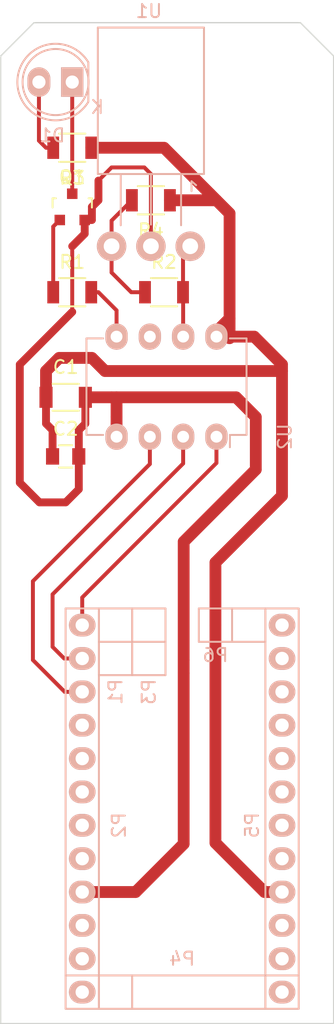
<source format=kicad_pcb>
(kicad_pcb (version 4) (host pcbnew 4.0.1-stable)

  (general
    (links 23)
    (no_connects 2)
    (area 129.489999 27.87562 154.990001 106.859001)
    (thickness 1.6)
    (drawings 12)
    (tracks 95)
    (zones 0)
    (modules 16)
    (nets 15)
  )

  (page A4)
  (title_block
    (date 2017-05-09)
    (rev A)
  )

  (layers
    (0 F.Cu signal)
    (31 B.Cu signal)
    (32 B.Adhes user)
    (33 F.Adhes user)
    (34 B.Paste user)
    (35 F.Paste user)
    (36 B.SilkS user)
    (37 F.SilkS user)
    (38 B.Mask user)
    (39 F.Mask user)
    (40 Dwgs.User user)
    (41 Cmts.User user)
    (42 Eco1.User user)
    (43 Eco2.User user)
    (44 Edge.Cuts user)
    (45 Margin user)
    (46 B.CrtYd user)
    (47 F.CrtYd user)
    (48 B.Fab user)
    (49 F.Fab user)
  )

  (setup
    (last_trace_width 0.9)
    (user_trace_width 0.6)
    (user_trace_width 0.9)
    (trace_clearance 0.8)
    (zone_clearance 0.508)
    (zone_45_only no)
    (trace_min 0.2)
    (segment_width 0.15)
    (edge_width 0.1)
    (via_size 0.6)
    (via_drill 0.4)
    (via_min_size 0.4)
    (via_min_drill 0.3)
    (uvia_size 0.3)
    (uvia_drill 0.1)
    (uvias_allowed no)
    (uvia_min_size 0.2)
    (uvia_min_drill 0.1)
    (pcb_text_width 0.3)
    (pcb_text_size 1.5 1.5)
    (mod_edge_width 0.15)
    (mod_text_size 1 1)
    (mod_text_width 0.15)
    (pad_size 2 1.7)
    (pad_drill 0.9)
    (pad_to_mask_clearance 0)
    (aux_axis_origin 134.493 106.426)
    (visible_elements 7FFFFFFF)
    (pcbplotparams
      (layerselection 0x01000_00000001)
      (usegerberextensions false)
      (excludeedgelayer true)
      (linewidth 0.100000)
      (plotframeref false)
      (viasonmask false)
      (mode 1)
      (useauxorigin false)
      (hpglpennumber 1)
      (hpglpenspeed 20)
      (hpglpendiameter 15)
      (hpglpenoverlay 2)
      (psnegative false)
      (psa4output false)
      (plotreference true)
      (plotvalue true)
      (plotinvisibletext false)
      (padsonsilk false)
      (subtractmaskfromsilk false)
      (outputformat 1)
      (mirror false)
      (drillshape 0)
      (scaleselection 1)
      (outputdirectory gerbers/))
  )

  (net 0 "")
  (net 1 "/1(Tx)")
  (net 2 "/0(Rx)")
  (net 3 /Reset)
  (net 4 GND)
  (net 5 V33)
  (net 6 "Net-(D1-Pad1)")
  (net 7 "Net-(D1-Pad2)")
  (net 8 TINY_RESET)
  (net 9 TX_TO_TINY)
  (net 10 TX_TO_MCU)
  (net 11 "Net-(Q1-Pad1)")
  (net 12 TO_IR_TRANSMITTER)
  (net 13 "Net-(R2-Pad1)")
  (net 14 FROM_IR_RECEIVER)

  (net_class Default "This is the default net class."
    (clearance 0.8)
    (trace_width 0.3)
    (via_dia 0.6)
    (via_drill 0.4)
    (uvia_dia 0.3)
    (uvia_drill 0.1)
    (add_net "/0(Rx)")
    (add_net "/1(Tx)")
    (add_net /Reset)
    (add_net FROM_IR_RECEIVER)
    (add_net GND)
    (add_net "Net-(D1-Pad1)")
    (add_net "Net-(D1-Pad2)")
    (add_net "Net-(Q1-Pad1)")
    (add_net "Net-(R2-Pad1)")
    (add_net TINY_RESET)
    (add_net TO_IR_TRANSMITTER)
    (add_net TX_TO_MCU)
    (add_net TX_TO_TINY)
    (add_net V33)
  )

  (module Socket_Arduino_Mini:Socket_Strip_Arduino_1x12 (layer B.Cu) (tedit 55200D87) (tstamp 5520096F)
    (at 135.763 104.284 90)
    (descr "Through hole socket strip")
    (tags "socket strip")
    (path /56D73B32)
    (fp_text reference P2 (at 12.7 2.794 90) (layer B.SilkS)
      (effects (font (size 1 1) (thickness 0.15)) (justify mirror))
    )
    (fp_text value Digital (at 12.7 4.064 90) (layer B.Fab)
      (effects (font (size 1 1) (thickness 0.15)) (justify mirror))
    )
    (fp_line (start 1.27 1.27) (end -1.27 1.27) (layer B.SilkS) (width 0.15))
    (fp_line (start -1.27 1.27) (end -1.27 -1.27) (layer B.SilkS) (width 0.15))
    (fp_line (start -1.27 -1.27) (end 1.27 -1.27) (layer B.SilkS) (width 0.15))
    (fp_line (start -1.75 1.75) (end -1.75 -1.75) (layer B.CrtYd) (width 0.05))
    (fp_line (start 29.7 1.75) (end 29.7 -1.75) (layer B.CrtYd) (width 0.05))
    (fp_line (start -1.75 1.75) (end 29.7 1.75) (layer B.CrtYd) (width 0.05))
    (fp_line (start -1.75 -1.75) (end 29.7 -1.75) (layer B.CrtYd) (width 0.05))
    (fp_line (start 1.27 -1.27) (end 29.21 -1.27) (layer B.SilkS) (width 0.15))
    (fp_line (start 29.21 -1.27) (end 29.21 1.27) (layer B.SilkS) (width 0.15))
    (fp_line (start 29.21 1.27) (end 1.27 1.27) (layer B.SilkS) (width 0.15))
    (fp_line (start 1.27 -1.27) (end 1.27 1.27) (layer B.SilkS) (width 0.15))
    (pad 1 thru_hole oval (at 0 0 90) (size 1.7272 2.032) (drill 1.016) (layers *.Cu *.Mask B.SilkS)
      (net 1 "/1(Tx)"))
    (pad 2 thru_hole oval (at 2.54 0 90) (size 1.7272 2.032) (drill 1.016) (layers *.Cu *.Mask B.SilkS)
      (net 2 "/0(Rx)"))
    (pad 3 thru_hole oval (at 5.08 0 90) (size 1.7272 2.032) (drill 1.016) (layers *.Cu *.Mask B.SilkS)
      (net 3 /Reset))
    (pad 4 thru_hole oval (at 7.62 0 90) (size 1.7272 2.032) (drill 1.016) (layers *.Cu *.Mask B.SilkS)
      (net 4 GND))
    (pad 5 thru_hole oval (at 10.16 0 90) (size 1.7272 2.032) (drill 1.016) (layers *.Cu *.Mask B.SilkS))
    (pad 6 thru_hole oval (at 12.7 0 90) (size 1.7272 2.032) (drill 1.016) (layers *.Cu *.Mask B.SilkS))
    (pad 7 thru_hole oval (at 15.24 0 90) (size 1.7272 2.032) (drill 1.016) (layers *.Cu *.Mask B.SilkS))
    (pad 8 thru_hole oval (at 17.78 0 90) (size 1.7272 2.032) (drill 1.016) (layers *.Cu *.Mask B.SilkS))
    (pad 9 thru_hole oval (at 20.32 0 90) (size 1.7272 2.032) (drill 1.016) (layers *.Cu *.Mask B.SilkS))
    (pad 10 thru_hole oval (at 22.86 0 90) (size 1.7272 2.032) (drill 1.016) (layers *.Cu *.Mask B.SilkS)
      (net 10 TX_TO_MCU))
    (pad 11 thru_hole oval (at 25.4 0 90) (size 1.7272 2.032) (drill 1.016) (layers *.Cu *.Mask B.SilkS)
      (net 9 TX_TO_TINY))
    (pad 12 thru_hole oval (at 27.94 0 90) (size 1.7272 2.032) (drill 1.016) (layers *.Cu *.Mask B.SilkS)
      (net 8 TINY_RESET))
    (model ${KIPRJMOD}/Socket_Arduino_Mini.3dshapes/Socket_header_Arduino_1x12.wrl
      (at (xyz 0.55 0 0))
      (scale (xyz 1 1 1))
      (rotate (xyz 0 0 180))
    )
  )

  (module Socket_Arduino_Mini:Socket_Strip_Arduino_1x05 locked (layer B.Cu) (tedit 59123514) (tstamp 55200994)
    (at 138.303 104.284)
    (descr "Through hole socket strip")
    (tags "socket strip")
    (path /56D745D9)
    (fp_text reference P4 (at 5.08 -2.54) (layer B.SilkS)
      (effects (font (size 1 1) (thickness 0.15)) (justify mirror))
    )
    (fp_text value COM (at 5.08 -3.81) (layer B.Fab)
      (effects (font (size 1 1) (thickness 0.15)) (justify mirror))
    )
    (fp_line (start 1.27 1.27) (end -1.27 1.27) (layer B.SilkS) (width 0.15))
    (fp_line (start -1.27 1.27) (end -1.27 -1.27) (layer B.SilkS) (width 0.15))
    (fp_line (start -1.27 -1.27) (end 1.27 -1.27) (layer B.SilkS) (width 0.15))
    (fp_line (start -1.75 1.75) (end -1.75 -1.75) (layer B.CrtYd) (width 0.05))
    (fp_line (start 11.95 1.75) (end 11.95 -1.75) (layer B.CrtYd) (width 0.05))
    (fp_line (start -1.75 1.75) (end 11.95 1.75) (layer B.CrtYd) (width 0.05))
    (fp_line (start -1.75 -1.75) (end 11.95 -1.75) (layer B.CrtYd) (width 0.05))
    (fp_line (start 1.27 -1.27) (end 11.43 -1.27) (layer B.SilkS) (width 0.15))
    (fp_line (start 11.43 -1.27) (end 11.43 1.27) (layer B.SilkS) (width 0.15))
    (fp_line (start 11.43 1.27) (end 1.27 1.27) (layer B.SilkS) (width 0.15))
    (fp_line (start 1.27 -1.27) (end 1.27 1.27) (layer B.SilkS) (width 0.15))
  )

  (module Socket_Arduino_Mini:Socket_Strip_Arduino_1x12 locked (layer B.Cu) (tedit 55200D8E) (tstamp 552009AF)
    (at 151.003 104.284 90)
    (descr "Through hole socket strip")
    (tags "socket strip")
    (path /56D73C34)
    (fp_text reference P5 (at 12.7 -2.286 90) (layer B.SilkS)
      (effects (font (size 1 1) (thickness 0.15)) (justify mirror))
    )
    (fp_text value Analog (at 12.7 -3.556 90) (layer B.Fab)
      (effects (font (size 1 1) (thickness 0.15)) (justify mirror))
    )
    (fp_line (start 1.27 1.27) (end -1.27 1.27) (layer B.SilkS) (width 0.15))
    (fp_line (start -1.27 1.27) (end -1.27 -1.27) (layer B.SilkS) (width 0.15))
    (fp_line (start -1.27 -1.27) (end 1.27 -1.27) (layer B.SilkS) (width 0.15))
    (fp_line (start -1.75 1.75) (end -1.75 -1.75) (layer B.CrtYd) (width 0.05))
    (fp_line (start 29.7 1.75) (end 29.7 -1.75) (layer B.CrtYd) (width 0.05))
    (fp_line (start -1.75 1.75) (end 29.7 1.75) (layer B.CrtYd) (width 0.05))
    (fp_line (start -1.75 -1.75) (end 29.7 -1.75) (layer B.CrtYd) (width 0.05))
    (fp_line (start 1.27 -1.27) (end 29.21 -1.27) (layer B.SilkS) (width 0.15))
    (fp_line (start 29.21 -1.27) (end 29.21 1.27) (layer B.SilkS) (width 0.15))
    (fp_line (start 29.21 1.27) (end 1.27 1.27) (layer B.SilkS) (width 0.15))
    (fp_line (start 1.27 -1.27) (end 1.27 1.27) (layer B.SilkS) (width 0.15))
    (pad 1 thru_hole oval (at 0 0 90) (size 1.7272 2.032) (drill 1.016) (layers *.Cu *.Mask B.SilkS))
    (pad 2 thru_hole oval (at 2.54 0 90) (size 1.7272 2.032) (drill 1.016) (layers *.Cu *.Mask B.SilkS)
      (net 4 GND))
    (pad 3 thru_hole oval (at 5.08 0 90) (size 1.7272 2.032) (drill 1.016) (layers *.Cu *.Mask B.SilkS)
      (net 3 /Reset))
    (pad 4 thru_hole oval (at 7.62 0 90) (size 1.7272 2.032) (drill 1.016) (layers *.Cu *.Mask B.SilkS)
      (net 5 V33))
    (pad 5 thru_hole oval (at 10.16 0 90) (size 1.7272 2.032) (drill 1.016) (layers *.Cu *.Mask B.SilkS))
    (pad 6 thru_hole oval (at 12.7 0 90) (size 1.7272 2.032) (drill 1.016) (layers *.Cu *.Mask B.SilkS))
    (pad 7 thru_hole oval (at 15.24 0 90) (size 1.7272 2.032) (drill 1.016) (layers *.Cu *.Mask B.SilkS))
    (pad 8 thru_hole oval (at 17.78 0 90) (size 1.7272 2.032) (drill 1.016) (layers *.Cu *.Mask B.SilkS))
    (pad 9 thru_hole oval (at 20.32 0 90) (size 1.7272 2.032) (drill 1.016) (layers *.Cu *.Mask B.SilkS))
    (pad 10 thru_hole oval (at 22.86 0 90) (size 1.7272 2.032) (drill 1.016) (layers *.Cu *.Mask B.SilkS))
    (pad 11 thru_hole oval (at 25.4 0 90) (size 1.7272 2.032) (drill 1.016) (layers *.Cu *.Mask B.SilkS))
    (pad 12 thru_hole oval (at 27.94 0 90) (size 1.7272 2.032) (drill 1.016) (layers *.Cu *.Mask B.SilkS))
    (model ${KIPRJMOD}/Socket_Arduino_Mini.3dshapes/Socket_header_Arduino_1x12.wrl
      (at (xyz 0.55 0 0))
      (scale (xyz 1 1 1))
      (rotate (xyz 0 0 180))
    )
  )

  (module Socket_Arduino_Mini:Socket_Strip_Arduino_1x02 locked (layer B.Cu) (tedit 59123533) (tstamp 55200D56)
    (at 138.303 78.884 90)
    (descr "Through hole socket strip")
    (tags "socket strip")
    (path /56D735B5)
    (fp_text reference P1 (at -2.54 0 90) (layer B.SilkS)
      (effects (font (size 1 1) (thickness 0.15)) (justify mirror))
    )
    (fp_text value ADC (at -5.08 0 90) (layer B.Fab)
      (effects (font (size 1 1) (thickness 0.15)) (justify mirror))
    )
    (fp_line (start 1.27 1.27) (end -1.27 1.27) (layer B.SilkS) (width 0.15))
    (fp_line (start -1.27 1.27) (end -1.27 -1.27) (layer B.SilkS) (width 0.15))
    (fp_line (start -1.27 -1.27) (end 1.27 -1.27) (layer B.SilkS) (width 0.15))
    (fp_line (start 3.81 -1.27) (end 1.27 -1.27) (layer B.SilkS) (width 0.15))
    (fp_line (start -1.75 1.75) (end -1.75 -1.75) (layer B.CrtYd) (width 0.05))
    (fp_line (start 4.3 1.75) (end 4.3 -1.75) (layer B.CrtYd) (width 0.05))
    (fp_line (start -1.75 1.75) (end 4.3 1.75) (layer B.CrtYd) (width 0.05))
    (fp_line (start -1.75 -1.75) (end 4.3 -1.75) (layer B.CrtYd) (width 0.05))
    (fp_line (start 1.27 -1.27) (end 1.27 1.27) (layer B.SilkS) (width 0.15))
    (fp_line (start 1.27 1.27) (end 3.81 1.27) (layer B.SilkS) (width 0.15))
    (fp_line (start 3.81 1.27) (end 3.81 -1.27) (layer B.SilkS) (width 0.15))
  )

  (module Socket_Arduino_Mini:Socket_Strip_Arduino_1x02 locked (layer B.Cu) (tedit 5912352D) (tstamp 55200D67)
    (at 140.843 78.884 90)
    (descr "Through hole socket strip")
    (tags "socket strip")
    (path /56D737EA)
    (fp_text reference P3 (at -2.54 0 90) (layer B.SilkS)
      (effects (font (size 1 1) (thickness 0.15)) (justify mirror))
    )
    (fp_text value ADC (at -5.08 0 90) (layer B.Fab)
      (effects (font (size 1 1) (thickness 0.15)) (justify mirror))
    )
    (fp_line (start 1.27 1.27) (end -1.27 1.27) (layer B.SilkS) (width 0.15))
    (fp_line (start -1.27 1.27) (end -1.27 -1.27) (layer B.SilkS) (width 0.15))
    (fp_line (start -1.27 -1.27) (end 1.27 -1.27) (layer B.SilkS) (width 0.15))
    (fp_line (start 3.81 -1.27) (end 1.27 -1.27) (layer B.SilkS) (width 0.15))
    (fp_line (start -1.75 1.75) (end -1.75 -1.75) (layer B.CrtYd) (width 0.05))
    (fp_line (start 4.3 1.75) (end 4.3 -1.75) (layer B.CrtYd) (width 0.05))
    (fp_line (start -1.75 1.75) (end 4.3 1.75) (layer B.CrtYd) (width 0.05))
    (fp_line (start -1.75 -1.75) (end 4.3 -1.75) (layer B.CrtYd) (width 0.05))
    (fp_line (start 1.27 -1.27) (end 1.27 1.27) (layer B.SilkS) (width 0.15))
    (fp_line (start 1.27 1.27) (end 3.81 1.27) (layer B.SilkS) (width 0.15))
    (fp_line (start 3.81 1.27) (end 3.81 -1.27) (layer B.SilkS) (width 0.15))
  )

  (module Socket_Arduino_Mini:Socket_Strip_Arduino_1x02 locked (layer B.Cu) (tedit 59123522) (tstamp 55200D78)
    (at 145.923 76.344)
    (descr "Through hole socket strip")
    (tags "socket strip")
    (path /56D7390A)
    (fp_text reference P6 (at 0 2.286) (layer B.SilkS)
      (effects (font (size 1 1) (thickness 0.15)) (justify mirror))
    )
    (fp_text value PWR (at 0 3.81) (layer B.Fab)
      (effects (font (size 1 1) (thickness 0.15)) (justify mirror))
    )
    (fp_line (start 1.27 1.27) (end -1.27 1.27) (layer B.SilkS) (width 0.15))
    (fp_line (start -1.27 1.27) (end -1.27 -1.27) (layer B.SilkS) (width 0.15))
    (fp_line (start -1.27 -1.27) (end 1.27 -1.27) (layer B.SilkS) (width 0.15))
    (fp_line (start 3.81 -1.27) (end 1.27 -1.27) (layer B.SilkS) (width 0.15))
    (fp_line (start -1.75 1.75) (end -1.75 -1.75) (layer B.CrtYd) (width 0.05))
    (fp_line (start 4.3 1.75) (end 4.3 -1.75) (layer B.CrtYd) (width 0.05))
    (fp_line (start -1.75 1.75) (end 4.3 1.75) (layer B.CrtYd) (width 0.05))
    (fp_line (start -1.75 -1.75) (end 4.3 -1.75) (layer B.CrtYd) (width 0.05))
    (fp_line (start 1.27 -1.27) (end 1.27 1.27) (layer B.SilkS) (width 0.15))
    (fp_line (start 1.27 1.27) (end 3.81 1.27) (layer B.SilkS) (width 0.15))
    (fp_line (start 3.81 1.27) (end 3.81 -1.27) (layer B.SilkS) (width 0.15))
  )

  (module Capacitors_SMD:C_1206 (layer F.Cu) (tedit 5415D7BD) (tstamp 5913EA98)
    (at 134.5 59)
    (descr "Capacitor SMD 1206, reflow soldering, AVX (see smccp.pdf)")
    (tags "capacitor 1206")
    (path /5912A6B3)
    (attr smd)
    (fp_text reference C1 (at 0 -2.3) (layer F.SilkS)
      (effects (font (size 1 1) (thickness 0.15)))
    )
    (fp_text value 10uF (at 0 2.3) (layer F.Fab)
      (effects (font (size 1 1) (thickness 0.15)))
    )
    (fp_line (start -2.3 -1.15) (end 2.3 -1.15) (layer F.CrtYd) (width 0.05))
    (fp_line (start -2.3 1.15) (end 2.3 1.15) (layer F.CrtYd) (width 0.05))
    (fp_line (start -2.3 -1.15) (end -2.3 1.15) (layer F.CrtYd) (width 0.05))
    (fp_line (start 2.3 -1.15) (end 2.3 1.15) (layer F.CrtYd) (width 0.05))
    (fp_line (start 1 -1.025) (end -1 -1.025) (layer F.SilkS) (width 0.15))
    (fp_line (start -1 1.025) (end 1 1.025) (layer F.SilkS) (width 0.15))
    (pad 1 smd rect (at -1.5 0) (size 1 1.6) (layers F.Cu F.Paste F.Mask)
      (net 5 V33))
    (pad 2 smd rect (at 1.5 0) (size 1 1.6) (layers F.Cu F.Paste F.Mask)
      (net 4 GND))
    (model Capacitors_SMD.3dshapes/C_1206.wrl
      (at (xyz 0 0 0))
      (scale (xyz 1 1 1))
      (rotate (xyz 0 0 0))
    )
  )

  (module Capacitors_SMD:C_0805 (layer F.Cu) (tedit 5415D6EA) (tstamp 5913EA9E)
    (at 134.5 63.5)
    (descr "Capacitor SMD 0805, reflow soldering, AVX (see smccp.pdf)")
    (tags "capacitor 0805")
    (path /5912AA70)
    (attr smd)
    (fp_text reference C2 (at 0 -2.1) (layer F.SilkS)
      (effects (font (size 1 1) (thickness 0.15)))
    )
    (fp_text value 0.1uF (at 0 2.1) (layer F.Fab)
      (effects (font (size 1 1) (thickness 0.15)))
    )
    (fp_line (start -1.8 -1) (end 1.8 -1) (layer F.CrtYd) (width 0.05))
    (fp_line (start -1.8 1) (end 1.8 1) (layer F.CrtYd) (width 0.05))
    (fp_line (start -1.8 -1) (end -1.8 1) (layer F.CrtYd) (width 0.05))
    (fp_line (start 1.8 -1) (end 1.8 1) (layer F.CrtYd) (width 0.05))
    (fp_line (start 0.5 -0.85) (end -0.5 -0.85) (layer F.SilkS) (width 0.15))
    (fp_line (start -0.5 0.85) (end 0.5 0.85) (layer F.SilkS) (width 0.15))
    (pad 1 smd rect (at -1 0) (size 1 1.25) (layers F.Cu F.Paste F.Mask)
      (net 5 V33))
    (pad 2 smd rect (at 1 0) (size 1 1.25) (layers F.Cu F.Paste F.Mask)
      (net 4 GND))
    (model Capacitors_SMD.3dshapes/C_0805.wrl
      (at (xyz 0 0 0))
      (scale (xyz 1 1 1))
      (rotate (xyz 0 0 0))
    )
  )

  (module LEDs:LED-5MM (layer B.Cu) (tedit 59123295) (tstamp 5913EAA4)
    (at 135 35 180)
    (descr "LED 5mm round vertical")
    (tags "LED 5mm round vertical")
    (path /59125BED)
    (fp_text reference D1 (at 1.524 -4.064 180) (layer B.SilkS)
      (effects (font (size 1 1) (thickness 0.15)) (justify mirror))
    )
    (fp_text value LED (at 1.524 3.937 180) (layer B.Fab)
      (effects (font (size 1 1) (thickness 0.15)) (justify mirror))
    )
    (fp_line (start -1.5 1.55) (end -1.5 -1.55) (layer B.CrtYd) (width 0.05))
    (fp_arc (start 1.3 0) (end -1.5 -1.55) (angle 302) (layer B.CrtYd) (width 0.05))
    (fp_arc (start 1.27 0) (end -1.23 1.5) (angle -297.5) (layer B.SilkS) (width 0.15))
    (fp_line (start -1.23 -1.5) (end -1.23 1.5) (layer B.SilkS) (width 0.15))
    (fp_circle (center 1.27 0) (end 0.97 2.5) (layer B.SilkS) (width 0.15))
    (fp_text user K (at -1.905 -1.905 180) (layer B.SilkS)
      (effects (font (size 1 1) (thickness 0.15)) (justify mirror))
    )
    (pad 1 thru_hole rect (at 0 0 90) (size 2.25 1.7) (drill 1.00076) (layers *.Cu *.Mask B.SilkS)
      (net 6 "Net-(D1-Pad1)"))
    (pad 2 thru_hole oval (at 2.54 0 180) (size 1.75 2.25) (drill 1.00076) (layers *.Cu *.Mask B.SilkS)
      (net 7 "Net-(D1-Pad2)"))
    (model LEDs.3dshapes/LED-5MM.wrl
      (at (xyz 0.05 0 0))
      (scale (xyz 1 1 1))
      (rotate (xyz 0 0 90))
    )
  )

  (module TO_SOT_Packages_SMD:SOT-23 (layer F.Cu) (tedit 553634F8) (tstamp 5913EAAB)
    (at 135 44.5)
    (descr "SOT-23, Standard")
    (tags SOT-23)
    (path /59128CEA)
    (attr smd)
    (fp_text reference Q1 (at 0 -2.25) (layer F.SilkS)
      (effects (font (size 1 1) (thickness 0.15)))
    )
    (fp_text value BSS138 (at 0 2.3) (layer F.Fab)
      (effects (font (size 1 1) (thickness 0.15)))
    )
    (fp_line (start -1.65 -1.6) (end 1.65 -1.6) (layer F.CrtYd) (width 0.05))
    (fp_line (start 1.65 -1.6) (end 1.65 1.6) (layer F.CrtYd) (width 0.05))
    (fp_line (start 1.65 1.6) (end -1.65 1.6) (layer F.CrtYd) (width 0.05))
    (fp_line (start -1.65 1.6) (end -1.65 -1.6) (layer F.CrtYd) (width 0.05))
    (fp_line (start 1.29916 -0.65024) (end 1.2509 -0.65024) (layer F.SilkS) (width 0.15))
    (fp_line (start -1.49982 0.0508) (end -1.49982 -0.65024) (layer F.SilkS) (width 0.15))
    (fp_line (start -1.49982 -0.65024) (end -1.2509 -0.65024) (layer F.SilkS) (width 0.15))
    (fp_line (start 1.29916 -0.65024) (end 1.49982 -0.65024) (layer F.SilkS) (width 0.15))
    (fp_line (start 1.49982 -0.65024) (end 1.49982 0.0508) (layer F.SilkS) (width 0.15))
    (pad 1 smd rect (at -0.95 1.00076) (size 0.8001 0.8001) (layers F.Cu F.Paste F.Mask)
      (net 11 "Net-(Q1-Pad1)"))
    (pad 2 smd rect (at 0.95 1.00076) (size 0.8001 0.8001) (layers F.Cu F.Paste F.Mask)
      (net 4 GND))
    (pad 3 smd rect (at 0 -0.99822) (size 0.8001 0.8001) (layers F.Cu F.Paste F.Mask)
      (net 6 "Net-(D1-Pad1)"))
    (model TO_SOT_Packages_SMD.3dshapes/SOT-23.wrl
      (at (xyz 0 0 0))
      (scale (xyz 1 1 1))
      (rotate (xyz 0 0 0))
    )
  )

  (module Resistors_SMD:R_1206 (layer F.Cu) (tedit 5415CFA7) (tstamp 5913EAB1)
    (at 135 51)
    (descr "Resistor SMD 1206, reflow soldering, Vishay (see dcrcw.pdf)")
    (tags "resistor 1206")
    (path /59129567)
    (attr smd)
    (fp_text reference R1 (at 0 -2.3) (layer F.SilkS)
      (effects (font (size 1 1) (thickness 0.15)))
    )
    (fp_text value 1K (at 0 2.3) (layer F.Fab)
      (effects (font (size 1 1) (thickness 0.15)))
    )
    (fp_line (start -2.2 -1.2) (end 2.2 -1.2) (layer F.CrtYd) (width 0.05))
    (fp_line (start -2.2 1.2) (end 2.2 1.2) (layer F.CrtYd) (width 0.05))
    (fp_line (start -2.2 -1.2) (end -2.2 1.2) (layer F.CrtYd) (width 0.05))
    (fp_line (start 2.2 -1.2) (end 2.2 1.2) (layer F.CrtYd) (width 0.05))
    (fp_line (start 1 1.075) (end -1 1.075) (layer F.SilkS) (width 0.15))
    (fp_line (start -1 -1.075) (end 1 -1.075) (layer F.SilkS) (width 0.15))
    (pad 1 smd rect (at -1.45 0) (size 0.9 1.7) (layers F.Cu F.Paste F.Mask)
      (net 11 "Net-(Q1-Pad1)"))
    (pad 2 smd rect (at 1.45 0) (size 0.9 1.7) (layers F.Cu F.Paste F.Mask)
      (net 12 TO_IR_TRANSMITTER))
    (model Resistors_SMD.3dshapes/R_1206.wrl
      (at (xyz 0 0 0))
      (scale (xyz 1 1 1))
      (rotate (xyz 0 0 0))
    )
  )

  (module Resistors_SMD:R_1206 (layer F.Cu) (tedit 5415CFA7) (tstamp 5913EAB7)
    (at 142 51)
    (descr "Resistor SMD 1206, reflow soldering, Vishay (see dcrcw.pdf)")
    (tags "resistor 1206")
    (path /5912A057)
    (attr smd)
    (fp_text reference R2 (at 0 -2.3) (layer F.SilkS)
      (effects (font (size 1 1) (thickness 0.15)))
    )
    (fp_text value 10K (at 0 2.3) (layer F.Fab)
      (effects (font (size 1 1) (thickness 0.15)))
    )
    (fp_line (start -2.2 -1.2) (end 2.2 -1.2) (layer F.CrtYd) (width 0.05))
    (fp_line (start -2.2 1.2) (end 2.2 1.2) (layer F.CrtYd) (width 0.05))
    (fp_line (start -2.2 -1.2) (end -2.2 1.2) (layer F.CrtYd) (width 0.05))
    (fp_line (start 2.2 -1.2) (end 2.2 1.2) (layer F.CrtYd) (width 0.05))
    (fp_line (start 1 1.075) (end -1 1.075) (layer F.SilkS) (width 0.15))
    (fp_line (start -1 -1.075) (end 1 -1.075) (layer F.SilkS) (width 0.15))
    (pad 1 smd rect (at -1.45 0) (size 0.9 1.7) (layers F.Cu F.Paste F.Mask)
      (net 13 "Net-(R2-Pad1)"))
    (pad 2 smd rect (at 1.45 0) (size 0.9 1.7) (layers F.Cu F.Paste F.Mask)
      (net 14 FROM_IR_RECEIVER))
    (model Resistors_SMD.3dshapes/R_1206.wrl
      (at (xyz 0 0 0))
      (scale (xyz 1 1 1))
      (rotate (xyz 0 0 0))
    )
  )

  (module Resistors_SMD:R_1206 (layer F.Cu) (tedit 5415CFA7) (tstamp 5913EABD)
    (at 135 40 180)
    (descr "Resistor SMD 1206, reflow soldering, Vishay (see dcrcw.pdf)")
    (tags "resistor 1206")
    (path /591292B9)
    (attr smd)
    (fp_text reference R3 (at 0 -2.3 180) (layer F.SilkS)
      (effects (font (size 1 1) (thickness 0.15)))
    )
    (fp_text value 10 (at 0 2.3 180) (layer F.Fab)
      (effects (font (size 1 1) (thickness 0.15)))
    )
    (fp_line (start -2.2 -1.2) (end 2.2 -1.2) (layer F.CrtYd) (width 0.05))
    (fp_line (start -2.2 1.2) (end 2.2 1.2) (layer F.CrtYd) (width 0.05))
    (fp_line (start -2.2 -1.2) (end -2.2 1.2) (layer F.CrtYd) (width 0.05))
    (fp_line (start 2.2 -1.2) (end 2.2 1.2) (layer F.CrtYd) (width 0.05))
    (fp_line (start 1 1.075) (end -1 1.075) (layer F.SilkS) (width 0.15))
    (fp_line (start -1 -1.075) (end 1 -1.075) (layer F.SilkS) (width 0.15))
    (pad 1 smd rect (at -1.45 0 180) (size 0.9 1.7) (layers F.Cu F.Paste F.Mask)
      (net 5 V33))
    (pad 2 smd rect (at 1.45 0 180) (size 0.9 1.7) (layers F.Cu F.Paste F.Mask)
      (net 7 "Net-(D1-Pad2)"))
    (model Resistors_SMD.3dshapes/R_1206.wrl
      (at (xyz 0 0 0))
      (scale (xyz 1 1 1))
      (rotate (xyz 0 0 0))
    )
  )

  (module Resistors_SMD:R_1206 (layer F.Cu) (tedit 5415CFA7) (tstamp 5913EAC3)
    (at 141 44 180)
    (descr "Resistor SMD 1206, reflow soldering, Vishay (see dcrcw.pdf)")
    (tags "resistor 1206")
    (path /5912A44D)
    (attr smd)
    (fp_text reference R4 (at 0 -2.3 180) (layer F.SilkS)
      (effects (font (size 1 1) (thickness 0.15)))
    )
    (fp_text value 47 (at 0 2.3 180) (layer F.Fab)
      (effects (font (size 1 1) (thickness 0.15)))
    )
    (fp_line (start -2.2 -1.2) (end 2.2 -1.2) (layer F.CrtYd) (width 0.05))
    (fp_line (start -2.2 1.2) (end 2.2 1.2) (layer F.CrtYd) (width 0.05))
    (fp_line (start -2.2 -1.2) (end -2.2 1.2) (layer F.CrtYd) (width 0.05))
    (fp_line (start 2.2 -1.2) (end 2.2 1.2) (layer F.CrtYd) (width 0.05))
    (fp_line (start 1 1.075) (end -1 1.075) (layer F.SilkS) (width 0.15))
    (fp_line (start -1 -1.075) (end 1 -1.075) (layer F.SilkS) (width 0.15))
    (pad 1 smd rect (at -1.45 0 180) (size 0.9 1.7) (layers F.Cu F.Paste F.Mask)
      (net 5 V33))
    (pad 2 smd rect (at 1.45 0 180) (size 0.9 1.7) (layers F.Cu F.Paste F.Mask)
      (net 13 "Net-(R2-Pad1)"))
    (model Resistors_SMD.3dshapes/R_1206.wrl
      (at (xyz 0 0 0))
      (scale (xyz 1 1 1))
      (rotate (xyz 0 0 0))
    )
  )

  (module Housings_DIP:DIP-8_W7.62mm (layer B.Cu) (tedit 59125615) (tstamp 5913EACF)
    (at 146 62 90)
    (descr "8-lead dip package, row spacing 7.62 mm (300 mils)")
    (tags "dil dip 2.54 300")
    (path /59125FE8)
    (fp_text reference U2 (at 0 5.22 90) (layer B.SilkS)
      (effects (font (size 1 1) (thickness 0.15)) (justify mirror))
    )
    (fp_text value ATTINY85-20PU (at 0 3.72 90) (layer B.Fab)
      (effects (font (size 1 1) (thickness 0.15)) (justify mirror))
    )
    (fp_line (start -1.05 2.45) (end -1.05 -10.1) (layer B.CrtYd) (width 0.05))
    (fp_line (start 8.65 2.45) (end 8.65 -10.1) (layer B.CrtYd) (width 0.05))
    (fp_line (start -1.05 2.45) (end 8.65 2.45) (layer B.CrtYd) (width 0.05))
    (fp_line (start -1.05 -10.1) (end 8.65 -10.1) (layer B.CrtYd) (width 0.05))
    (fp_line (start 0.135 2.295) (end 0.135 1.025) (layer B.SilkS) (width 0.15))
    (fp_line (start 7.485 2.295) (end 7.485 1.025) (layer B.SilkS) (width 0.15))
    (fp_line (start 7.485 -9.915) (end 7.485 -8.645) (layer B.SilkS) (width 0.15))
    (fp_line (start 0.135 -9.915) (end 0.135 -8.645) (layer B.SilkS) (width 0.15))
    (fp_line (start 0.135 2.295) (end 7.485 2.295) (layer B.SilkS) (width 0.15))
    (fp_line (start 0.135 -9.915) (end 7.485 -9.915) (layer B.SilkS) (width 0.15))
    (fp_line (start 0.135 1.025) (end -0.8 1.025) (layer B.SilkS) (width 0.15))
    (pad 1 thru_hole oval (at 0 0 90) (size 2 1.7) (drill 0.9) (layers *.Cu *.Mask B.SilkS)
      (net 8 TINY_RESET))
    (pad 2 thru_hole oval (at 0 -2.54 90) (size 2 1.7) (drill 0.9) (layers *.Cu *.Mask B.SilkS)
      (net 9 TX_TO_TINY))
    (pad 3 thru_hole oval (at 0 -5.08 90) (size 2 1.7) (drill 0.9) (layers *.Cu *.Mask B.SilkS)
      (net 10 TX_TO_MCU))
    (pad 4 thru_hole oval (at 0 -7.62 90) (size 2 1.7) (drill 0.9) (layers *.Cu *.Mask B.SilkS)
      (net 4 GND))
    (pad 5 thru_hole oval (at 7.62 -7.62 90) (size 2 1.7) (drill 0.9) (layers *.Cu *.Mask B.SilkS)
      (net 12 TO_IR_TRANSMITTER))
    (pad 6 thru_hole oval (at 7.62 -5.08 90) (size 2 1.7) (drill 0.9) (layers *.Cu *.Mask B.SilkS))
    (pad 7 thru_hole oval (at 7.62 -2.54 90) (size 2 1.7) (drill 0.9) (layers *.Cu *.Mask B.SilkS)
      (net 14 FROM_IR_RECEIVER))
    (pad 8 thru_hole oval (at 7.62 0 90) (size 2 1.7) (drill 0.9) (layers *.Cu *.Mask B.SilkS)
      (net 5 V33))
    (model Housings_DIP.3dshapes/DIP-8_W7.62mm.wrl
      (at (xyz 0 0 0))
      (scale (xyz 1 1 1))
      (rotate (xyz 0 0 0))
    )
  )

  (module TO_SOT_Packages_THT:SOT126_SOT32_Housing_Horizontal (layer B.Cu) (tedit 591235B9) (tstamp 5913EFAC)
    (at 141 47.5 180)
    (descr "SOT126, SOT32, Housing, Horizontal,")
    (tags "SOT126, SOT32, Housing, Horizontal,")
    (path /5912516E)
    (fp_text reference U1 (at 0.14986 17.89938 180) (layer B.SilkS)
      (effects (font (size 1 1) (thickness 0.15)) (justify mirror))
    )
    (fp_text value TSOP382xx (at 0.70104 -4.30022 180) (layer B.Fab)
      (effects (font (size 1 1) (thickness 0.15)) (justify mirror))
    )
    (fp_line (start -3.44932 4.65074) (end -3.0988 4.95046) (layer B.SilkS) (width 0.15))
    (fp_line (start -3.0988 4.95046) (end -3.0988 4.20116) (layer B.SilkS) (width 0.15))
    (fp_line (start -2.30124 5.4991) (end -2.30124 1.6002) (layer B.SilkS) (width 0.15))
    (fp_line (start 2.30124 5.4991) (end 2.30124 1.6002) (layer B.SilkS) (width 0.15))
    (fp_line (start 0 5.4991) (end 0 1.651) (layer B.SilkS) (width 0.15))
    (fp_line (start 4.04876 5.4991) (end 4.04876 16.6497) (layer B.SilkS) (width 0.15))
    (fp_line (start 4.04876 16.6497) (end -4.04876 16.6497) (layer B.SilkS) (width 0.15))
    (fp_line (start -4.04876 16.6497) (end -4.04876 5.4991) (layer B.SilkS) (width 0.15))
    (fp_line (start 4.04876 5.4991) (end -4.04876 5.4991) (layer B.SilkS) (width 0.15))
    (pad 2 thru_hole circle (at 0 0 180) (size 2.25 2.25) (drill 1.19888) (layers *.Cu *.Mask B.SilkS)
      (net 4 GND))
    (pad 1 thru_hole circle (at -3 0 180) (size 2.25 2.25) (drill 1.19888) (layers *.Cu *.Mask B.SilkS)
      (net 14 FROM_IR_RECEIVER))
    (pad 3 thru_hole circle (at 3 0 180) (size 2.25 2.25) (drill 1.19888) (layers *.Cu *.Mask B.SilkS)
      (net 13 "Net-(R2-Pad1)"))
    (model TO_SOT_Packages_THT.3dshapes/SOT126_SOT32_Housing_Horizontal.wrl
      (at (xyz 0 0 0))
      (scale (xyz 0.3937 0.3937 0.3937))
      (rotate (xyz 0 0 0))
    )
  )

  (gr_line (start 129.54 106.68) (end 129.54 33.02) (angle 90) (layer Edge.Cuts) (width 0.1))
  (gr_line (start 154.94 106.68) (end 129.54 106.68) (angle 90) (layer Edge.Cuts) (width 0.1))
  (gr_line (start 154.94 33.02) (end 154.94 106.68) (angle 90) (layer Edge.Cuts) (width 0.1))
  (gr_line (start 152.4 30.48) (end 154.94 33.02) (angle 90) (layer Edge.Cuts) (width 0.1))
  (gr_line (start 132.08 30.48) (end 152.4 30.48) (angle 90) (layer Edge.Cuts) (width 0.1))
  (gr_line (start 129.54 33.02) (end 132.08 30.48) (angle 90) (layer Edge.Cuts) (width 0.1))
  (gr_text 1 (at 133.477 104.538) (layer Dwgs.User)
    (effects (font (size 1.5 1.5) (thickness 0.3)) (justify mirror))
  )
  (gr_line (start 140.081 101.871) (end 137.541 101.871) (angle 90) (layer Dwgs.User) (width 0.15))
  (gr_line (start 140.081 99.077) (end 140.081 101.871) (angle 90) (layer Dwgs.User) (width 0.15))
  (gr_line (start 137.541 99.077) (end 137.541 101.871) (angle 90) (layer Dwgs.User) (width 0.15))
  (gr_line (start 140.081 99.077) (end 137.541 99.077) (angle 90) (layer Dwgs.User) (width 0.15))
  (gr_circle (center 138.811 100.474) (end 138.049 100.474) (layer Dwgs.User) (width 0.15))

  (segment (start 136.49924 45.50076) (end 136.49924 44.50076) (width 0.6) (layer F.Cu) (net 4))
  (segment (start 136.49924 45.50076) (end 135.95 45.50076) (width 0.6) (layer F.Cu) (net 4) (tstamp 5913F903))
  (segment (start 137 42.5) (end 137 44) (width 0.6) (layer F.Cu) (net 4) (tstamp 5913F901))
  (segment (start 138 41.5) (end 137 42.5) (width 0.3) (layer F.Cu) (net 4) (tstamp 5913F900))
  (segment (start 140.5 41.5) (end 138 41.5) (width 0.3) (layer F.Cu) (net 4) (tstamp 5913F8FF))
  (segment (start 141 42) (end 140.5 41.5) (width 0.3) (layer F.Cu) (net 4) (tstamp 5913F8FE))
  (segment (start 141 47.5) (end 141 42) (width 0.3) (layer F.Cu) (net 4))
  (segment (start 136.49924 44.50076) (end 137 44) (width 0.6) (layer F.Cu) (net 4) (tstamp 5913F910))
  (segment (start 135.95 45.50076) (end 135.95 46.55) (width 0.6) (layer F.Cu) (net 4))
  (segment (start 135.5 66) (end 135.5 63.5) (width 0.6) (layer F.Cu) (net 4) (tstamp 5913F8A9))
  (segment (start 134.5 67) (end 135.5 66) (width 0.6) (layer F.Cu) (net 4) (tstamp 5913F8A8))
  (segment (start 132.5 67) (end 134.5 67) (width 0.6) (layer F.Cu) (net 4) (tstamp 5913F8A6))
  (segment (start 131 65.5) (end 132.5 67) (width 0.6) (layer F.Cu) (net 4) (tstamp 5913F8A4))
  (segment (start 131 56.5) (end 131 65.5) (width 0.6) (layer F.Cu) (net 4) (tstamp 5913F8A2))
  (segment (start 135 52.5) (end 131 56.5) (width 0.6) (layer F.Cu) (net 4) (tstamp 5913F8A0))
  (segment (start 135 47.5) (end 135 52.5) (width 0.3) (layer F.Cu) (net 4) (tstamp 5913F89F))
  (segment (start 135.95 46.55) (end 135 47.5) (width 0.6) (layer F.Cu) (net 4) (tstamp 5913F89E))
  (segment (start 135.5 63.5) (end 135.5 61.5) (width 0.6) (layer F.Cu) (net 4))
  (segment (start 136 61) (end 136 59) (width 0.6) (layer F.Cu) (net 4) (tstamp 5913F87A))
  (segment (start 135.5 61.5) (end 136 61) (width 0.6) (layer F.Cu) (net 4) (tstamp 5913F879))
  (segment (start 147.5 59) (end 138.38 59) (width 0.9) (layer F.Cu) (net 4))
  (segment (start 138.38 60.5) (end 138.38 59) (width 0.9) (layer F.Cu) (net 4))
  (segment (start 138.38 59) (end 138 59) (width 0.9) (layer F.Cu) (net 4) (tstamp 5913F86E))
  (segment (start 136 59) (end 138 59) (width 0.9) (layer F.Cu) (net 4))
  (segment (start 135.763 96.664) (end 139.836 96.664) (width 0.9) (layer F.Cu) (net 4))
  (segment (start 143.5 93) (end 143.5 80) (width 0.9) (layer F.Cu) (net 4) (tstamp 5913F65D))
  (segment (start 139.836 96.664) (end 143.5 93) (width 0.9) (layer F.Cu) (net 4) (tstamp 5913F65C))
  (segment (start 138.38 60.5) (end 138.38 61) (width 0.9) (layer F.Cu) (net 4) (tstamp 5913F86C))
  (segment (start 138.38 61) (end 138.38 62) (width 0.9) (layer F.Cu) (net 4) (tstamp 5913F6A3))
  (segment (start 149 60.5) (end 147.5 59) (width 0.9) (layer F.Cu) (net 4) (tstamp 5913F662))
  (segment (start 149 64.5) (end 149 60.5) (width 0.9) (layer F.Cu) (net 4) (tstamp 5913F661))
  (segment (start 143.5 70) (end 149 64.5) (width 0.9) (layer F.Cu) (net 4) (tstamp 5913F65F))
  (segment (start 143.5 80) (end 143.5 79) (width 0.9) (layer F.Cu) (net 4) (tstamp 5913F835))
  (segment (start 143.5 79) (end 143.5 70) (width 0.9) (layer F.Cu) (net 4) (tstamp 5913F831))
  (segment (start 151.003 96.664) (end 149.664 96.664) (width 0.9) (layer F.Cu) (net 5) (status 400000))
  (segment (start 145.923 71.577) (end 151 66.5) (width 0.9) (layer F.Cu) (net 5) (tstamp 5913F668))
  (segment (start 151 66.5) (end 151 57) (width 0.9) (layer F.Cu) (net 5) (tstamp 5913F66A))
  (segment (start 145.923 76.344) (end 145.923 71.577) (width 0.9) (layer F.Cu) (net 5))
  (segment (start 145.923 92.923) (end 145.923 76.344) (width 0.9) (layer F.Cu) (net 5) (tstamp 5913F9DB))
  (segment (start 149.664 96.664) (end 145.923 92.923) (width 0.9) (layer F.Cu) (net 5) (tstamp 5913F9DA))
  (segment (start 142.45 44) (end 146 44) (width 0.9) (layer F.Cu) (net 5))
  (segment (start 145.5 44) (end 145.5 43.5) (width 0.9) (layer F.Cu) (net 5) (tstamp 5913F8FB))
  (segment (start 146 44) (end 145.5 44) (width 0.9) (layer F.Cu) (net 5) (tstamp 5913F8F9))
  (segment (start 147 53) (end 147 54.38) (width 0.9) (layer F.Cu) (net 5))
  (segment (start 147 54.38) (end 147 54.5) (width 0.9) (layer F.Cu) (net 5) (tstamp 5913F8F4))
  (segment (start 147 54.5) (end 147 54.38) (width 0.9) (layer F.Cu) (net 5) (tstamp 5913F8F6))
  (segment (start 146 54.38) (end 146 54) (width 0.9) (layer F.Cu) (net 5))
  (segment (start 146 54) (end 147 53) (width 0.9) (layer F.Cu) (net 5) (tstamp 5913F8EB))
  (segment (start 147 45) (end 145.5 43.5) (width 0.9) (layer F.Cu) (net 5) (tstamp 5913F8ED))
  (segment (start 145.5 43.5) (end 142 40) (width 0.9) (layer F.Cu) (net 5) (tstamp 5913F8FC))
  (segment (start 147 53) (end 147 45) (width 0.9) (layer F.Cu) (net 5) (tstamp 5913F8EC))
  (segment (start 136.45 40) (end 142 40) (width 0.9) (layer F.Cu) (net 5))
  (segment (start 151 57) (end 137.5 57) (width 0.9) (layer F.Cu) (net 5))
  (segment (start 133 57) (end 133 59) (width 0.9) (layer F.Cu) (net 5) (tstamp 5913F88C))
  (segment (start 134 56) (end 133 57) (width 0.9) (layer F.Cu) (net 5) (tstamp 5913F88B))
  (segment (start 136.5 56) (end 134 56) (width 0.9) (layer F.Cu) (net 5) (tstamp 5913F88A))
  (segment (start 137.5 57) (end 136.5 56) (width 0.9) (layer F.Cu) (net 5) (tstamp 5913F889))
  (segment (start 133.5 63.5) (end 133.5 61.5) (width 0.6) (layer F.Cu) (net 5))
  (segment (start 133 61) (end 133 59) (width 0.6) (layer F.Cu) (net 5) (tstamp 5913F884))
  (segment (start 133.5 61.5) (end 133 61) (width 0.6) (layer F.Cu) (net 5) (tstamp 5913F881))
  (segment (start 148.88 54.38) (end 147 54.38) (width 0.9) (layer F.Cu) (net 5) (tstamp 5913F66D))
  (segment (start 151 57) (end 151 56.5) (width 0.9) (layer F.Cu) (net 5) (tstamp 5913F887))
  (segment (start 151 56.5) (end 148.88 54.38) (width 0.9) (layer F.Cu) (net 5) (tstamp 5913F66C))
  (segment (start 147 54.38) (end 146 54.38) (width 0.9) (layer F.Cu) (net 5) (tstamp 5913F8F7))
  (segment (start 135 35) (end 135 43.50178) (width 0.3) (layer F.Cu) (net 6))
  (segment (start 132.46 35) (end 132.46 39.46) (width 0.3) (layer F.Cu) (net 7))
  (segment (start 133 40) (end 133.55 40) (width 0.3) (layer F.Cu) (net 7) (tstamp 5913F8D3))
  (segment (start 132.46 39.46) (end 133 40) (width 0.3) (layer F.Cu) (net 7) (tstamp 5913F8D2))
  (segment (start 135.763 76.344) (end 135.763 74.237) (width 0.3) (layer F.Cu) (net 8))
  (segment (start 146 64) (end 146 62) (width 0.3) (layer F.Cu) (net 8) (tstamp 5913F645))
  (segment (start 135.763 74.237) (end 146 64) (width 0.3) (layer F.Cu) (net 8) (tstamp 5913F643))
  (segment (start 135.763 78.884) (end 134.384 78.884) (width 0.3) (layer F.Cu) (net 9))
  (segment (start 143.46 64.04) (end 143.46 62) (width 0.3) (layer F.Cu) (net 9) (tstamp 5913F64D))
  (segment (start 133.5 74) (end 143.46 64.04) (width 0.3) (layer F.Cu) (net 9) (tstamp 5913F64B))
  (segment (start 133.5 78) (end 133.5 74) (width 0.3) (layer F.Cu) (net 9) (tstamp 5913F64A))
  (segment (start 134.384 78.884) (end 133.5 78) (width 0.3) (layer F.Cu) (net 9) (tstamp 5913F649))
  (segment (start 135.763 81.424) (end 134.424 81.424) (width 0.3) (layer F.Cu) (net 10))
  (segment (start 140.92 64.08) (end 140.92 62) (width 0.3) (layer F.Cu) (net 10) (tstamp 5913F657))
  (segment (start 132 73) (end 140.92 64.08) (width 0.3) (layer F.Cu) (net 10) (tstamp 5913F655))
  (segment (start 132 79) (end 132 73) (width 0.3) (layer F.Cu) (net 10) (tstamp 5913F653))
  (segment (start 134.424 81.424) (end 132 79) (width 0.3) (layer F.Cu) (net 10) (tstamp 5913F651))
  (segment (start 133.55 51) (end 133.55 46.00076) (width 0.3) (layer F.Cu) (net 11))
  (segment (start 133.55 46.00076) (end 134.05 45.50076) (width 0.3) (layer F.Cu) (net 11) (tstamp 5913F8BD))
  (segment (start 136.45 51) (end 137 51) (width 0.3) (layer F.Cu) (net 12))
  (segment (start 138.38 52.38) (end 138.38 54.38) (width 0.3) (layer F.Cu) (net 12) (tstamp 5913F8C1))
  (segment (start 137 51) (end 138.38 52.38) (width 0.3) (layer F.Cu) (net 12) (tstamp 5913F8C0))
  (segment (start 138 47.5) (end 138 45.55) (width 0.3) (layer F.Cu) (net 13))
  (segment (start 138 45.55) (end 139.55 44) (width 0.3) (layer F.Cu) (net 13) (tstamp 5913F906))
  (segment (start 140.55 51) (end 139.5 51) (width 0.3) (layer F.Cu) (net 13))
  (segment (start 138 49.5) (end 138 47.5) (width 0.3) (layer F.Cu) (net 13) (tstamp 5913F8D7))
  (segment (start 139.5 51) (end 138 49.5) (width 0.3) (layer F.Cu) (net 13) (tstamp 5913F8D6))
  (segment (start 143.45 51) (end 143.45 48.05) (width 0.3) (layer F.Cu) (net 14))
  (segment (start 143.45 48.05) (end 144 47.5) (width 0.3) (layer F.Cu) (net 14) (tstamp 5913F8CC))
  (segment (start 143.46 54.38) (end 143.46 51.01) (width 0.3) (layer F.Cu) (net 14))
  (segment (start 143.46 51.01) (end 143.45 51) (width 0.3) (layer F.Cu) (net 14) (tstamp 5913F8C5))

)

</source>
